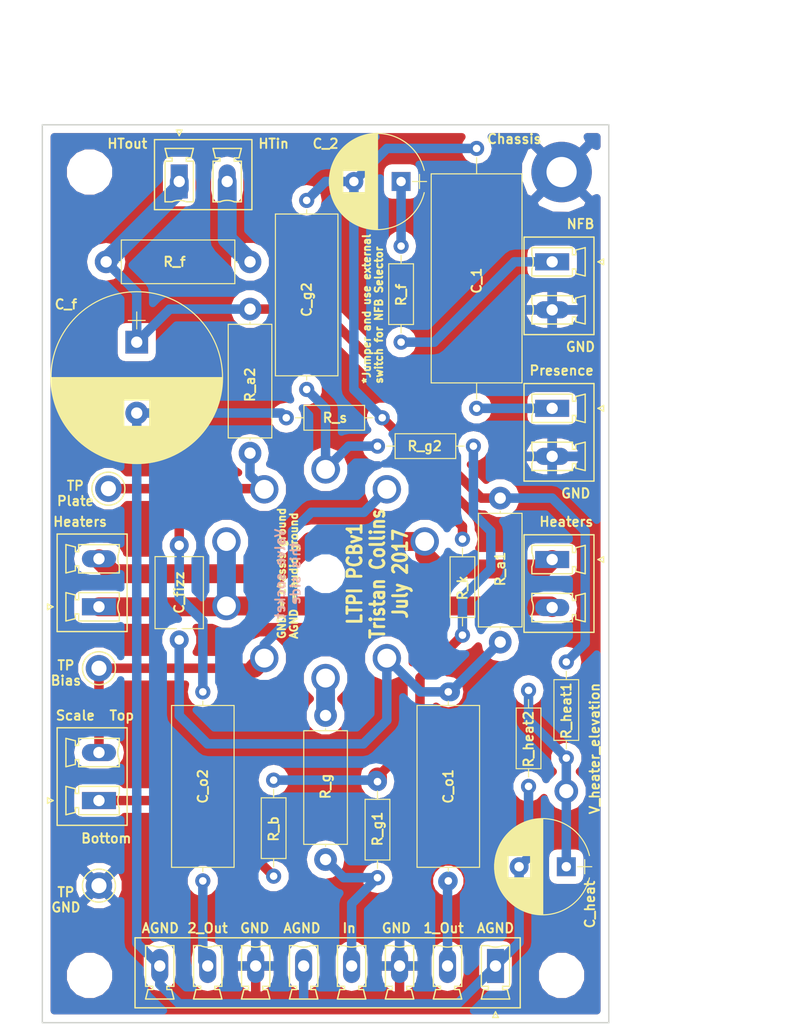
<source format=kicad_pcb>
(kicad_pcb (version 4) (host pcbnew 4.0.6)
  (layers (0 F.Cu signal) (31 B.Cu signal) (34 B.Paste user) (35 F.Paste user) (36 B.SilkS user) (37 F.SilkS user) (38 B.Mask user) (39 F.Mask user) (44 Edge.Cuts user))
  (net 0 "")
  (net 1 GNDA)
  (net 2 "Net-(C5-Pad1)")
  (net 3 "Net-(C7-Pad1)")
  (net 4 "Net-(J3-Pad1)")
  (net 5 GND)
  (net 6 "Net-(J3-Pad2)")
  (net 7 Stg1SignalOut)
  (net 8 Stg2SignalOut)
  (net 9 Fizz)
  (net 10 "Net-(C9-Pad1)")
  (net 11 BiasB)
  (net 12 "Net-(C10-Pad2)")
  (net 13 "Net-(C11-Pad1)")
  (net 14 BiasT)
  (net 15 "Net-(J4-Pad1)")
  (net 16 Bias)
  (net 17 "Net-(R10-Pad1)")
  (net 18 "Net-(R5-Pad1)")
  (net 19 "Net-(J7-Pad1)")
  (net 20 "Net-(J8-Pad2)")
  (net 21 "Net-(C1-Pad1)")
  (module TristanValves:C_Axial_L17.0mm_D6.5mm_P20.00mm_Horizontal (layer F.Cu) (at 200.5 85.5 90)
    (fp_text reference C10 hide)
    (fp_text value C)
    (pad 1 thru_hole circle (at 0 0 90) (size 1.6 1.6) (drill 0.8) (layers *.Cu *.Mask) (net 11 BiasB))
    (pad 2 thru_hole oval (at 20 0 90) (size 1.6 1.6) (drill 0.8) (layers *.Cu *.Mask) (net 12 "Net-(C10-Pad2)"))
  )
  (module Mounting_Holes:MountingHole_3.2mm_M3 (layer F.Cu) (at 177.5 147.5)
    (fp_text reference REF** hide)
    (fp_text value MountingHole_3.2mm_M3)
    (pad 1 np_thru_hole circle (at 0 0) (size 3.2 3.2) (drill 3.2) (layers *.Cu *.Mask))
  )
  (module TristanValves:CP_Radial_D18.0mm_P7.50mm (layer F.Cu) (at 182.5 80.5 270)
    (fp_text reference C5 hide)
    (fp_text value CP)
    (pad 1 thru_hole rect (at 0 0 270) (size 2.4 2.4) (drill 1.2) (layers *.Cu *.Mask) (net 2 "Net-(C5-Pad1)"))
    (pad 2 thru_hole circle (at 7.5 0 270) (size 2.4 2.4) (drill 1.2) (layers *.Cu *.Mask) (net 1 GNDA))
  )
  (module Mounting_Holes:MountingHole_3.2mm_M3 (layer F.Cu) (at 227.5 147.5)
    (fp_text reference REF** hide)
    (fp_text value MountingHole_3.2mm_M3)
    (pad 1 np_thru_hole circle (at 0 0) (size 3.2 3.2) (drill 3.2) (layers *.Cu *.Mask))
  )
  (module Mounting_Holes:MountingHole_3.2mm_M3 (layer F.Cu) (at 177.5 62.5)
    (fp_text reference REF** hide)
    (fp_text value MountingHole_3.2mm_M3)
    (pad 1 np_thru_hole circle (at 0 0) (size 3.2 3.2) (drill 3.2) (layers *.Cu *.Mask))
  )
  (module TristanValves:C_Axial_L17.0mm_D6.5mm_P20.00mm_Horizontal (layer F.Cu) (at 189.5 137.5 90)
    (fp_text reference C3 hide)
    (fp_text value C)
    (pad 1 thru_hole circle (at 0 0 90) (size 1.6 1.6) (drill 0.8) (layers *.Cu *.Mask) (net 8 Stg2SignalOut))
    (pad 2 thru_hole oval (at 20 0 90) (size 1.6 1.6) (drill 0.8) (layers *.Cu *.Mask) (net 9 Fizz))
  )
  (module TristanValves:C_Axial_L17.0mm_D6.5mm_P20.00mm_Horizontal (layer F.Cu) (at 215.5 137.5 90)
    (fp_text reference C8 hide)
    (fp_text value C)
    (pad 1 thru_hole circle (at 0 0 90) (size 1.6 1.6) (drill 0.8) (layers *.Cu *.Mask) (net 7 Stg1SignalOut))
    (pad 2 thru_hole oval (at 20 0 90) (size 1.6 1.6) (drill 0.8) (layers *.Cu *.Mask) (net 3 "Net-(C7-Pad1)"))
  )
  (module TristanValves:MountingHole_3.2mm_M3_Pad (layer F.Cu) (at 227.5 62.5)
    (fp_text reference J15 hide)
    (fp_text value Screw_Terminal_1x01)
    (pad 1 thru_hole circle (at 0 0) (size 6.4 6.4) (drill 3.2) (layers *.Cu *.Mask) (net 5 GND))
  )
  (module TristanValves:R_Axial_DIN0207_L6.3mm_D2.5mm_P10.16mm_Horizontal (layer F.Cu) (at 208 127 270)
    (fp_text reference R2 hide)
    (fp_text value R)
    (pad 1 thru_hole circle (at 0 0 270) (size 1.6 1.6) (drill 0.8) (layers *.Cu *.Mask) (net 17 "Net-(R10-Pad1)"))
    (pad 2 thru_hole oval (at 10.16 0 270) (size 1.6 1.6) (drill 0.8) (layers *.Cu *.Mask) (net 14 BiasT))
  )
  (module TristanValves:R_Axial_DIN0207_L6.3mm_D2.5mm_P10.16mm_Horizontal (layer F.Cu) (at 197 137 90)
    (fp_text reference R6 hide)
    (fp_text value R)
    (pad 1 thru_hole circle (at 0 0 90) (size 1.6 1.6) (drill 0.8) (layers *.Cu *.Mask) (net 15 "Net-(J4-Pad1)"))
    (pad 2 thru_hole oval (at 10.16 0 90) (size 1.6 1.6) (drill 0.8) (layers *.Cu *.Mask) (net 17 "Net-(R10-Pad1)"))
  )
  (module TristanValves:Test_Point_Keystone_5005-5009_Compact (layer F.Cu) (at 178.5 115)
    (fp_text reference TP1 hide)
    (fp_text value TEST)
    (pad 1 thru_hole circle (at 0 0) (size 2.8 2.8) (drill 1.6) (layers *.Cu *.Mask) (net 16 Bias))
  )
  (module TristanValves:Test_Point_Keystone_5005-5009_Compact (layer F.Cu) (at 179.5 96)
    (fp_text reference TP2 hide)
    (fp_text value TEST)
    (pad 1 thru_hole circle (at 0 0) (size 2.8 2.8) (drill 1.6) (layers *.Cu *.Mask) (net 9 Fizz))
  )
  (module TristanValves:Test_Point_Keystone_5005-5009_Compact (layer F.Cu) (at 178.5 138)
    (fp_text reference TP3 hide)
    (fp_text value TEST)
    (pad 1 thru_hole circle (at 0 0) (size 2.8 2.8) (drill 1.6) (layers *.Cu *.Mask) (net 5 GND))
  )
  (module TristanValves:PhoenixContact_MCV-G_02x5.08mm_Vertical (layer F.Cu) (at 226.5 103.5 270)
    (fp_text reference J3 hide)
    (fp_text value Screw_Terminal_1x02)
    (pad 1 thru_hole rect (at 0 0 270) (size 1.8 3.6) (drill 1.2) (layers *.Cu *.Mask) (net 4 "Net-(J3-Pad1)"))
    (pad 2 thru_hole oval (at 5.08 0 270) (size 1.8 3.6) (drill 1.2) (layers *.Cu *.Mask) (net 6 "Net-(J3-Pad2)"))
  )
  (module TristanValves:PhoenixContact_MCV-G_02x5.08mm_Vertical (layer F.Cu) (at 178.5 129 90)
    (fp_text reference J4 hide)
    (fp_text value Screw_Terminal_1x02)
    (pad 1 thru_hole rect (at 0 0 90) (size 1.8 3.6) (drill 1.2) (layers *.Cu *.Mask) (net 15 "Net-(J4-Pad1)"))
    (pad 2 thru_hole oval (at 5.08 0 90) (size 1.8 3.6) (drill 1.2) (layers *.Cu *.Mask) (net 16 Bias))
  )
  (module TristanValves:PhoenixContact_MCV-G_02x5.08mm_Vertical (layer F.Cu) (at 178.5 108.5 90)
    (fp_text reference J6 hide)
    (fp_text value Screw_Terminal_1x02)
    (pad 1 thru_hole rect (at 0 0 90) (size 1.8 3.6) (drill 1.2) (layers *.Cu *.Mask) (net 6 "Net-(J3-Pad2)"))
    (pad 2 thru_hole oval (at 5.08 0 90) (size 1.8 3.6) (drill 1.2) (layers *.Cu *.Mask) (net 4 "Net-(J3-Pad1)"))
  )
  (module TristanValves:PhoenixContact_MCV-G_02x5.08mm_Vertical (layer F.Cu) (at 187 63.5)
    (fp_text reference J8 hide)
    (fp_text value Screw_Terminal_1x02)
    (pad 1 thru_hole rect (at 0 0) (size 1.8 3.6) (drill 1.2) (layers *.Cu *.Mask) (net 2 "Net-(C5-Pad1)"))
    (pad 2 thru_hole oval (at 5.08 0) (size 1.8 3.6) (drill 1.2) (layers *.Cu *.Mask) (net 20 "Net-(J8-Pad2)"))
  )
  (module TristanValves:PhoenixContact_MCV-G_02x5.08mm_Vertical (layer F.Cu) (at 226.5 87.5 270)
    (fp_text reference J5 hide)
    (fp_text value Screw_Terminal_1x02)
    (pad 1 thru_hole rect (at 0 0 270) (size 1.8 3.6) (drill 1.2) (layers *.Cu *.Mask) (net 10 "Net-(C9-Pad1)"))
    (pad 2 thru_hole oval (at 5.08 0 270) (size 1.8 3.6) (drill 1.2) (layers *.Cu *.Mask) (net 5 GND))
  )
  (module TristanValves:PhoenixContact_MCV-G_02x5.08mm_Vertical (layer F.Cu) (at 226.5 72 270)
    (fp_text reference J7 hide)
    (fp_text value Screw_Terminal_1x02)
    (pad 1 thru_hole rect (at 0 0 270) (size 1.8 3.6) (drill 1.2) (layers *.Cu *.Mask) (net 19 "Net-(J7-Pad1)"))
    (pad 2 thru_hole oval (at 5.08 0 270) (size 1.8 3.6) (drill 1.2) (layers *.Cu *.Mask) (net 5 GND))
  )
  (module TristanValves:R_Axial_DIN0207_L6.3mm_D2.5mm_P10.16mm_Horizontal (layer F.Cu) (at 208.5 88.5 180)
    (fp_text reference R1 hide)
    (fp_text value R)
    (pad 1 thru_hole circle (at 0 0 180) (size 1.6 1.6) (drill 0.8) (layers *.Cu *.Mask) (net 12 "Net-(C10-Pad2)"))
    (pad 2 thru_hole oval (at 10.16 0 180) (size 1.6 1.6) (drill 0.8) (layers *.Cu *.Mask) (net 1 GNDA))
  )
  (module TristanValves:R_Axial_DIN0207_L6.3mm_D2.5mm_P10.16mm_Horizontal (layer F.Cu) (at 217 111.5 90)
    (fp_text reference R10 hide)
    (fp_text value R)
    (pad 1 thru_hole circle (at 0 0 90) (size 1.6 1.6) (drill 0.8) (layers *.Cu *.Mask) (net 17 "Net-(R10-Pad1)"))
    (pad 2 thru_hole oval (at 10.16 0 90) (size 1.6 1.6) (drill 0.8) (layers *.Cu *.Mask) (net 12 "Net-(C10-Pad2)"))
  )
  (module TristanValves:R_Axial_DIN0207_L6.3mm_D2.5mm_P10.16mm_Horizontal (layer F.Cu) (at 208 91.5)
    (fp_text reference R11 hide)
    (fp_text value R)
    (pad 1 thru_hole circle (at 0 0) (size 1.6 1.6) (drill 0.8) (layers *.Cu *.Mask) (net 11 BiasB))
    (pad 2 thru_hole oval (at 10.16 0) (size 1.6 1.6) (drill 0.8) (layers *.Cu *.Mask) (net 17 "Net-(R10-Pad1)"))
  )
  (module TristanValves:R_Axial_DIN0207_L6.3mm_D2.5mm_P10.16mm_Horizontal (layer F.Cu) (at 210.5 80.5 90)
    (fp_text reference R12 hide)
    (fp_text value R)
    (pad 1 thru_hole circle (at 0 0 90) (size 1.6 1.6) (drill 0.8) (layers *.Cu *.Mask) (net 19 "Net-(J7-Pad1)"))
    (pad 2 thru_hole oval (at 10.16 0 90) (size 1.6 1.6) (drill 0.8) (layers *.Cu *.Mask) (net 13 "Net-(C11-Pad1)"))
  )
  (module Capacitors_THT:C_Axial_L22.0mm_D9.5mm_P27.50mm_Horizontal (layer F.Cu) (at 218.5 87.5 90)
    (fp_text reference C9 hide)
    (fp_text value C)
    (pad 1 thru_hole circle (at 0 0 90) (size 1.6 1.6) (drill 0.8) (layers *.Cu *.Mask) (net 10 "Net-(C9-Pad1)"))
    (pad 2 thru_hole oval (at 27.5 0 90) (size 1.6 1.6) (drill 0.8) (layers *.Cu *.Mask) (net 12 "Net-(C10-Pad2)"))
  )
  (module TristanValves:VALVE-ECC-83-1-TC2 (layer B.Cu) (at 202.5 105 252)
    (fp_text reference U1 hide)
    (fp_text value ECC83)
    (pad 1 thru_hole circle (at 6.489 -8.9318 252) (size 3 3) (drill 2) (layers *.Cu *.Mask) (net 3 "Net-(C7-Pad1)"))
    (pad 2 thru_hole circle (at 10.5 -3.4117 252) (size 3 3) (drill 2) (layers *.Cu *.Mask) (net 18 "Net-(R5-Pad1)"))
    (pad 3 thru_hole circle (at 10.5 3.4117 252) (size 3 3) (drill 2) (layers *.Cu *.Mask) (net 16 Bias))
    (pad 4 thru_hole circle (at 6.4894 8.9318 252) (size 3 3) (drill 2) (layers *.Cu *.Mask) (net 6 "Net-(J3-Pad2)"))
    (pad 5 thru_hole circle (at 0 11.0404 252) (size 3 3) (drill 2) (layers *.Cu *.Mask) (net 6 "Net-(J3-Pad2)"))
    (pad 6 thru_hole circle (at -6.4894 8.9318 252) (size 3 3) (drill 2) (layers *.Cu *.Mask) (net 9 Fizz))
    (pad 7 thru_hole circle (at -10.5 3.4117 252) (size 3 3) (drill 2) (layers *.Cu *.Mask) (net 11 BiasB))
    (pad 8 thru_hole circle (at -10.5 -3.4117 252) (size 3 3) (drill 2) (layers *.Cu *.Mask) (net 16 Bias))
    (pad 9 thru_hole circle (at -6.4894 -8.9318 252) (size 3 3) (drill 2) (layers *.Cu *.Mask) (net 4 "Net-(J3-Pad1)"))
    (pad "" np_thru_hole circle (at 0 0 252) (size 2.5 2.5) (drill 2.5) (layers *.Cu *.Mask))
  )
  (module Resistors_THT:R_Axial_DIN0414_L11.9mm_D4.5mm_P15.24mm_Horizontal (layer F.Cu) (at 194.5 77 270)
    (fp_text reference R3 hide)
    (fp_text value R)
    (pad 1 thru_hole circle (at 0 0 270) (size 2.4 2.4) (drill 1.2) (layers *.Cu *.Mask) (net 2 "Net-(C5-Pad1)"))
    (pad 2 thru_hole oval (at 15.24 0 270) (size 2.4 2.4) (drill 1.2) (layers *.Cu *.Mask) (net 9 Fizz))
  )
  (module Resistors_THT:R_Axial_DIN0414_L11.9mm_D4.5mm_P15.24mm_Horizontal (layer F.Cu) (at 202.5 120 270)
    (fp_text reference R5 hide)
    (fp_text value R)
    (pad 1 thru_hole circle (at 0 0 270) (size 2.4 2.4) (drill 1.2) (layers *.Cu *.Mask) (net 18 "Net-(R5-Pad1)"))
    (pad 2 thru_hole oval (at 15.24 0 270) (size 2.4 2.4) (drill 1.2) (layers *.Cu *.Mask) (net 14 BiasT))
  )
  (module Resistors_THT:R_Axial_DIN0414_L11.9mm_D4.5mm_P15.24mm_Horizontal (layer F.Cu) (at 221 97 270)
    (fp_text reference R7 hide)
    (fp_text value R)
    (pad 1 thru_hole circle (at 0 0 270) (size 2.4 2.4) (drill 1.2) (layers *.Cu *.Mask) (net 2 "Net-(C5-Pad1)"))
    (pad 2 thru_hole oval (at 15.24 0 270) (size 2.4 2.4) (drill 1.2) (layers *.Cu *.Mask) (net 3 "Net-(C7-Pad1)"))
  )
  (module Resistors_THT:R_Axial_DIN0414_L11.9mm_D4.5mm_P15.24mm_Horizontal (layer F.Cu) (at 194.5 72 180)
    (fp_text reference R8 hide)
    (fp_text value R)
    (pad 1 thru_hole circle (at 0 0 180) (size 2.4 2.4) (drill 1.2) (layers *.Cu *.Mask) (net 20 "Net-(J8-Pad2)"))
    (pad 2 thru_hole oval (at 15.24 0 180) (size 2.4 2.4) (drill 1.2) (layers *.Cu *.Mask) (net 2 "Net-(C5-Pad1)"))
  )
  (module Capacitors_THT:CP_Radial_D10.0mm_P5.00mm (layer F.Cu) (at 210.5 63.5 180)
    (fp_text reference C11 hide)
    (fp_text value C)
    (pad 1 thru_hole rect (at 0 0 180) (size 2 2) (drill 1) (layers *.Cu *.Mask) (net 13 "Net-(C11-Pad1)"))
    (pad 2 thru_hole circle (at 5 0 180) (size 2 2) (drill 1) (layers *.Cu *.Mask) (net 12 "Net-(C10-Pad2)"))
  )
  (module Capacitors_THT:C_Disc_D7.5mm_W5.0mm_P10.00mm (layer F.Cu) (at 187 112 90)
    (fp_text reference C7 hide)
    (fp_text value C)
    (pad 1 thru_hole circle (at 0 0 90) (size 2 2) (drill 1) (layers *.Cu *.Mask) (net 3 "Net-(C7-Pad1)"))
    (pad 2 thru_hole circle (at 10 0 90) (size 2 2) (drill 1) (layers *.Cu *.Mask) (net 9 Fizz))
  )
  (module Connectors_Phoenix:PhoenixContact_MCV-G_08x5.08mm_Vertical (layer F.Cu) (at 220.5 146.5 180)
    (fp_text reference J1 hide)
    (fp_text value Screw_Terminal_1x08)
    (pad 1 thru_hole rect (at 0 0 180) (size 1.8 3.6) (drill 1.2) (layers *.Cu *.Mask) (net 1 GNDA))
    (pad 2 thru_hole oval (at 5.08 0 180) (size 1.8 3.6) (drill 1.2) (layers *.Cu *.Mask) (net 7 Stg1SignalOut))
    (pad 3 thru_hole oval (at 10.16 0 180) (size 1.8 3.6) (drill 1.2) (layers *.Cu *.Mask) (net 5 GND))
    (pad 4 thru_hole oval (at 15.24 0 180) (size 1.8 3.6) (drill 1.2) (layers *.Cu *.Mask) (net 14 BiasT))
    (pad 5 thru_hole oval (at 20.32 0 180) (size 1.8 3.6) (drill 1.2) (layers *.Cu *.Mask) (net 1 GNDA))
    (pad 6 thru_hole oval (at 25.4 0 180) (size 1.8 3.6) (drill 1.2) (layers *.Cu *.Mask) (net 5 GND))
    (pad 7 thru_hole oval (at 30.48 0 180) (size 1.8 3.6) (drill 1.2) (layers *.Cu *.Mask) (net 8 Stg2SignalOut))
    (pad 8 thru_hole oval (at 35.56 0 180) (size 1.8 3.6) (drill 1.2) (layers *.Cu *.Mask) (net 1 GNDA))
  )
  (module Capacitors_THT:CP_Radial_D10.0mm_P5.00mm (layer F.Cu) (at 228 136 180)
    (fp_text reference C1 hide)
    (fp_text value C)
    (pad 1 thru_hole rect (at 0 0 180) (size 2 2) (drill 1) (layers *.Cu *.Mask) (net 21 "Net-(C1-Pad1)"))
    (pad 2 thru_hole circle (at 5 0 180) (size 2 2) (drill 1) (layers *.Cu *.Mask) (net 1 GNDA))
  )
  (module TristanValves:SimplePad (layer F.Cu) (at 228 128)
    (fp_text reference J2 hide)
    (fp_text value Screw_Terminal_1x01)
    (pad 1 thru_hole circle (at 0 0) (size 2.5 2.5) (drill 1.5) (layers *.Cu *.Mask) (net 21 "Net-(C1-Pad1)"))
  )
  (module Resistors_THT:R_Axial_DIN0207_L6.3mm_D2.5mm_P10.16mm_Horizontal (layer F.Cu) (at 228 124.5 90)
    (fp_text reference R4 hide)
    (fp_text value R)
    (pad 1 thru_hole circle (at 0 0 90) (size 1.6 1.6) (drill 0.8) (layers *.Cu *.Mask) (net 21 "Net-(C1-Pad1)"))
    (pad 2 thru_hole oval (at 10.16 0 90) (size 1.6 1.6) (drill 0.8) (layers *.Cu *.Mask) (net 2 "Net-(C5-Pad1)"))
  )
  (module Resistors_THT:R_Axial_DIN0207_L6.3mm_D2.5mm_P10.16mm_Horizontal (layer F.Cu) (at 224 127.5 90)
    (fp_text reference R9 hide)
    (fp_text value R)
    (pad 1 thru_hole circle (at 0 0 90) (size 1.6 1.6) (drill 0.8) (layers *.Cu *.Mask) (net 1 GNDA))
    (pad 2 thru_hole oval (at 10.16 0 90) (size 1.6 1.6) (drill 0.8) (layers *.Cu *.Mask) (net 21 "Net-(C1-Pad1)"))
  )
  (gr_text V_heater_elevation (at 231 123.5 90) (layer F.SilkS) (effects (font (size 1 1) (thickness 0.2))))
  (gr_text C_heat (at 230.5 140 90) (layer F.SilkS) (effects (font (size 1 1) (thickness 0.2))))
  (gr_text R_heat1 (at 228 119.5 90) (layer F.SilkS) (effects (font (size 1 1) (thickness 0.2))))
  (gr_text R_heat2 (at 224 122.5 90) (layer F.SilkS) (effects (font (size 1 1) (thickness 0.2))))
  (gr_text "*Jumper and use external\nswitch for NFB Selector" (at 207.5 85 90) (layer F.SilkS) (effects (font (size 0.8 0.8) (thickness 0.2)) (justify left)))
  (gr_line (start 232.5 57.5) (end 172.5 57.5) (angle 90) (layer Edge.Cuts) (width 0.15))
  (gr_line (start 232.5 152.5) (end 232.5 57.5) (angle 90) (layer Edge.Cuts) (width 0.15))
  (gr_line (start 172.5 152.5) (end 232.5 152.5) (angle 90) (layer Edge.Cuts) (width 0.15))
  (gr_line (start 172.5 57.5) (end 172.5 152.5) (angle 90) (layer Edge.Cuts) (width 0.15))
  (gr_text Bottom (at 176.5 133) (layer F.SilkS) (effects (font (size 1 1) (thickness 0.2)) (justify left)))
  (gr_text Top (at 179.5 120) (layer F.SilkS) (effects (font (size 1 1) (thickness 0.2)) (justify left)))
  (gr_text C_g2 (at 200.5 76 90) (layer F.SilkS) (effects (font (size 1 1) (thickness 0.2))))
  (gr_text C_1 (at 218.5 74 90) (layer F.SilkS) (effects (font (size 1 1) (thickness 0.2))))
  (gr_text R_b (at 197 132 90) (layer F.SilkS) (effects (font (size 1 1) (thickness 0.2))))
  (gr_text R_g1 (at 208 132 90) (layer F.SilkS) (effects (font (size 1 1) (thickness 0.2))))
  (gr_text R_a1 (at 221 104.5 90) (layer F.SilkS) (effects (font (size 1 1) (thickness 0.2))))
  (gr_text "Valve socket\nthis side" (at 198.5 105 90) (layer B.SilkS) (effects (font (size 1 1) (thickness 0.2)) (justify mirror)))
  (gr_text GND (at 229 96.5) (layer F.SilkS) (effects (font (size 1 1) (thickness 0.2))))
  (gr_text "TP\nBias" (at 175 115.5) (layer F.SilkS) (effects (font (size 1 1) (thickness 0.2))))
  (gr_text AGND (at 220.5 142.5) (layer F.SilkS) (effects (font (size 1 1) (thickness 0.2))))
  (gr_text "TP\nPlate" (at 176 96.5) (layer F.SilkS) (effects (font (size 1 1) (thickness 0.2))))
  (gr_text GND (at 229.5 81) (layer F.SilkS) (effects (font (size 1 1) (thickness 0.2))))
  (gr_text HTin (at 197 59.5) (layer F.SilkS) (effects (font (size 1 1) (thickness 0.2))))
  (gr_text "GND = chassis ground\nAGND = audio ground" (at 198.5 112 90) (layer F.SilkS) (effects (font (size 0.8 0.8) (thickness 0.2)) (justify left)))
  (gr_text "TP\nGND" (at 175 139.5) (layer F.SilkS) (effects (font (size 1 1) (thickness 0.2))))
  (gr_text R_k (at 217 106.5 90) (layer F.SilkS) (effects (font (size 1 1) (thickness 0.2))))
  (gr_text R_a2 (at 194.5 85 90) (layer F.SilkS) (effects (font (size 1 1) (thickness 0.2))))
  (gr_text C_fizz (at 187 107 90) (layer F.SilkS) (effects (font (size 1 1) (thickness 0.2))))
  (gr_text Chassis (at 222.5 59) (layer F.SilkS) (effects (font (size 1 1) (thickness 0.2))))
  (gr_text R_f (at 186.5 72) (layer F.SilkS) (effects (font (size 1 1) (thickness 0.2))))
  (gr_text C_f (at 175 76.5) (layer F.SilkS) (effects (font (size 1 1) (thickness 0.2))))
  (gr_text C_2 (at 202.5 59.5) (layer F.SilkS) (effects (font (size 1 1) (thickness 0.2))))
  (gr_text C_o1 (at 215.5 127.5 90) (layer F.SilkS) (effects (font (size 1 1) (thickness 0.2))))
  (gr_text C_o2 (at 189.5 127.5 90) (layer F.SilkS) (effects (font (size 1 1) (thickness 0.2))))
  (gr_text R_f (at 210.5 75.5 90) (layer F.SilkS) (effects (font (size 1 1) (thickness 0.2))))
  (gr_text R_g2 (at 213 91.5) (layer F.SilkS) (effects (font (size 1 1) (thickness 0.2))))
  (gr_text R_g (at 202.5 127.5 90) (layer F.SilkS) (effects (font (size 1 1) (thickness 0.2))))
  (gr_text NFB (at 229.5 68) (layer F.SilkS) (effects (font (size 1 1) (thickness 0.2))))
  (gr_text Presence (at 227.5 83.5) (layer F.SilkS) (effects (font (size 1 1) (thickness 0.2))))
  (gr_text Heaters (at 228 99.5) (layer F.SilkS) (effects (font (size 1 1) (thickness 0.2))))
  (gr_text Heaters (at 176.5 99.5) (layer F.SilkS) (effects (font (size 1 1) (thickness 0.2))))
  (gr_text HTout (at 181.5 59.5) (layer F.SilkS) (effects (font (size 1 1) (thickness 0.2))))
  (gr_text R_s (at 203.5 88.5) (layer F.SilkS) (effects (font (size 1 1) (thickness 0.2))))
  (gr_text 1_Out (at 215 142.5) (layer F.SilkS) (effects (font (size 1 1) (thickness 0.2))))
  (gr_text AGND (at 200 142.5) (layer F.SilkS) (effects (font (size 1 1) (thickness 0.2))))
  (gr_text GND (at 210 142.5) (layer F.SilkS) (effects (font (size 1 1) (thickness 0.2))))
  (gr_text In (at 205 142.5) (layer F.SilkS) (effects (font (size 1 1) (thickness 0.2))))
  (gr_text AGND (at 185 142.5) (layer F.SilkS) (effects (font (size 1 1) (thickness 0.2))))
  (gr_text GND (at 195 142.5) (layer F.SilkS) (effects (font (size 1 1) (thickness 0.2))))
  (gr_text 2_Out (at 190 142.5) (layer F.SilkS) (effects (font (size 1 1) (thickness 0.2))))
  (gr_text Scale (at 176 120) (layer F.SilkS) (effects (font (size 1 1) (thickness 0.2))))
  (gr_text "LTPI PCBv1\nTristan Collins\nJuly 2017" (at 208 105 90) (layer F.SilkS) (effects (font (size 1.5 1.25) (thickness 0.3))))
  (segment (start 223 136) (end 223 144) (width 1) (layer B.Cu) (net 1))
  (segment (start 223 144) (end 220.5 146.5) (width 1) (layer B.Cu) (net 1))
  (segment (start 224 127.5) (end 224 135) (width 1) (layer B.Cu) (net 1))
  (segment (start 224 135) (end 223 136) (width 1) (layer B.Cu) (net 1))
  (segment (start 200.18 146.5) (end 200.18 150.5) (width 1) (layer B.Cu) (net 1))
  (segment (start 200 150.32) (end 200 150.5) (width 1) (layer B.Cu) (net 1))
  (segment (start 200.18 150.5) (end 200 150.32) (width 1) (layer B.Cu) (net 1))
  (segment (start 184.94 146.5) (end 184.94 148.44) (width 1) (layer B.Cu) (net 1))
  (segment (start 216.5 150.5) (end 220.5 146.5) (width 1) (layer B.Cu) (net 1))
  (segment (start 200 150.5) (end 216.5 150.5) (width 1) (layer B.Cu) (net 1))
  (segment (start 187 150.5) (end 200 150.5) (width 1) (layer B.Cu) (net 1))
  (segment (start 184.94 148.44) (end 187 150.5) (width 1) (layer B.Cu) (net 1))
  (segment (start 182.5 88) (end 182.5 144.06) (width 1) (layer B.Cu) (net 1))
  (segment (start 182.5 144.06) (end 184.94 146.5) (width 1) (layer B.Cu) (net 1))
  (segment (start 182.5 88) (end 197.84 88) (width 1) (layer B.Cu) (net 1))
  (segment (start 197.84 88) (end 198.34 88.5) (width 1) (layer B.Cu) (net 1))
  (segment (start 221 97) (end 226.5 97) (width 1) (layer B.Cu) (net 2))
  (segment (start 230 112.34) (end 228 114.34) (width 1) (layer B.Cu) (net 2))
  (segment (start 230 100.5) (end 230 112.34) (width 1) (layer B.Cu) (net 2))
  (segment (start 226.5 97) (end 230 100.5) (width 1) (layer B.Cu) (net 2))
  (segment (start 194.5 77) (end 186 77) (width 1) (layer B.Cu) (net 2))
  (segment (start 186 77) (end 182.5 80.5) (width 1) (layer B.Cu) (net 2))
  (segment (start 182.5 80.5) (end 182.5 75.24) (width 1) (layer B.Cu) (net 2))
  (segment (start 182.5 75.24) (end 179.26 72) (width 1) (layer B.Cu) (net 2))
  (segment (start 187 63.5) (end 187 64.26) (width 2) (layer B.Cu) (net 2))
  (segment (start 187 64.26) (end 179.26 72) (width 2) (layer B.Cu) (net 2))
  (segment (start 221 97) (end 219 97) (width 1) (layer F.Cu) (net 2))
  (segment (start 202 77) (end 194.5 77) (width 1) (layer F.Cu) (net 2))
  (segment (start 215.5 90.5) (end 202 77) (width 1) (layer F.Cu) (net 2))
  (segment (start 215.5 93.5) (end 215.5 90.5) (width 1) (layer F.Cu) (net 2))
  (segment (start 219 97) (end 215.5 93.5) (width 1) (layer F.Cu) (net 2))
  (segment (start 187 112) (end 187 120) (width 1) (layer B.Cu) (net 3))
  (segment (start 208.989435 120.510565) (end 208.989435 113.931484) (width 1) (layer B.Cu) (net 3))
  (segment (start 206.5 123) (end 208.989435 120.510565) (width 1) (layer B.Cu) (net 3))
  (segment (start 190 123) (end 206.5 123) (width 1) (layer B.Cu) (net 3))
  (segment (start 187 120) (end 190 123) (width 1) (layer B.Cu) (net 3))
  (segment (start 215.5 117.5) (end 215.74 117.5) (width 2) (layer B.Cu) (net 3))
  (segment (start 215.74 117.5) (end 221 112.24) (width 1) (layer B.Cu) (net 3))
  (segment (start 215.5 117.5) (end 212.557951 117.5) (width 1) (layer B.Cu) (net 3))
  (segment (start 212.557951 117.5) (end 208.989435 113.931484) (width 1) (layer B.Cu) (net 3))
  (segment (start 208.989435 113.931484) (end 208.989435 113.989435) (width 2) (layer F.Cu) (net 3))
  (segment (start 178.5 103.5) (end 180 105) (width 2) (layer F.Cu) (net 4))
  (segment (start 200.911708 101.588292) (end 212.999981 101.588292) (width 2) (layer F.Cu) (net 4))
  (segment (start 197.5 105) (end 200.911708 101.588292) (width 2) (layer F.Cu) (net 4))
  (segment (start 180 105) (end 197.5 105) (width 2) (layer F.Cu) (net 4))
  (segment (start 212.999981 101.588292) (end 212.999981 102.999981) (width 2) (layer F.Cu) (net 4))
  (segment (start 212.999981 102.999981) (end 214.5 104.5) (width 2) (layer F.Cu) (net 4))
  (segment (start 225.5 104.5) (end 226.5 103.5) (width 2) (layer F.Cu) (net 4))
  (segment (start 214.5 104.5) (end 225.5 104.5) (width 2) (layer F.Cu) (net 4))
  (segment (start 178.5 103.42) (end 178.5 103.5) (width 2) (layer F.Cu) (net 4))
  (segment (start 212.999981 101.588292) (end 212.999981 101.611687) (width 2) (layer F.Cu) (net 4))
  (segment (start 192.000019 108.411708) (end 226.331708 108.411708) (width 2) (layer F.Cu) (net 6))
  (segment (start 226.331708 108.411708) (end 226.5 108.58) (width 2) (layer F.Cu) (net 6))
  (segment (start 178.5 108.5) (end 191.911727 108.5) (width 2) (layer F.Cu) (net 6))
  (segment (start 191.911727 108.5) (end 192.000019 108.411708) (width 2) (layer F.Cu) (net 6))
  (segment (start 192.000019 108.411708) (end 192.000019 101.588392) (width 2) (layer B.Cu) (net 6))
  (segment (start 192.000019 101.588392) (end 191.999956 101.588329) (width 2) (layer B.Cu) (net 6))
  (segment (start 191.911727 108.5) (end 192.000019 108.411708) (width 2) (layer F.Cu) (net 6))
  (segment (start 215.42 146.5) (end 215.42 137.58) (width 1) (layer B.Cu) (net 7))
  (segment (start 215.42 137.58) (end 215.5 137.5) (width 2) (layer B.Cu) (net 7))
  (segment (start 189.5 137.5) (end 189.5 145.98) (width 1) (layer B.Cu) (net 8))
  (segment (start 189.5 145.98) (end 190.02 146.5) (width 1) (layer B.Cu) (net 8))
  (segment (start 187 102) (end 187 96) (width 1) (layer F.Cu) (net 9))
  (segment (start 189.5 117.5) (end 189.5 110) (width 1) (layer B.Cu) (net 9))
  (segment (start 187 107.5) (end 187 102) (width 1) (layer B.Cu) (net 9))
  (segment (start 189.5 110) (end 187 107.5) (width 1) (layer B.Cu) (net 9))
  (segment (start 179.5 96) (end 187 96) (width 1) (layer F.Cu) (net 9))
  (segment (start 187 96) (end 195.942552 96) (width 1) (layer F.Cu) (net 9))
  (segment (start 195.942552 96) (end 196.010688 96.068136) (width 2) (layer F.Cu) (net 9))
  (segment (start 194.5 92.24) (end 194.5 94.557448) (width 1) (layer B.Cu) (net 9))
  (segment (start 194.5 94.557448) (end 196.010688 96.068136) (width 1) (layer B.Cu) (net 9))
  (segment (start 195.5 95.557448) (end 196.010688 96.068136) (width 1) (layer B.Cu) (net 9))
  (segment (start 218.5 87.5) (end 226.5 87.5) (width 1) (layer B.Cu) (net 10))
  (segment (start 208 91.5) (end 204.959592 91.5) (width 1) (layer B.Cu) (net 11))
  (segment (start 204.959592 91.5) (end 202.499959 93.959633) (width 1) (layer B.Cu) (net 11))
  (segment (start 202.499959 93.959633) (end 202.499959 87.499959) (width 1) (layer B.Cu) (net 11))
  (segment (start 202.499959 87.499959) (end 200.5 85.5) (width 1) (layer B.Cu) (net 11))
  (segment (start 202.499959 93.959633) (end 203.040367 93.959633) (width 2) (layer B.Cu) (net 11))
  (segment (start 205.5 63.5) (end 205.5 85.5) (width 1) (layer B.Cu) (net 12))
  (segment (start 205.5 85.5) (end 208.5 88.5) (width 1) (layer B.Cu) (net 12))
  (segment (start 205.5 63.5) (end 202.5 63.5) (width 1) (layer B.Cu) (net 12))
  (segment (start 202.5 63.5) (end 200.5 65.5) (width 1) (layer B.Cu) (net 12))
  (segment (start 218.5 60) (end 209 60) (width 1) (layer B.Cu) (net 12))
  (segment (start 209 60) (end 205.5 63.5) (width 1) (layer B.Cu) (net 12))
  (segment (start 217 101.34) (end 217 100) (width 1) (layer F.Cu) (net 12))
  (segment (start 217 100) (end 212.5 95.5) (width 1) (layer F.Cu) (net 12))
  (segment (start 212.5 95.5) (end 212.5 92.5) (width 1) (layer F.Cu) (net 12))
  (segment (start 212.5 92.5) (end 208.5 88.5) (width 1) (layer F.Cu) (net 12))
  (segment (start 210.5 70.34) (end 210.5 63.5) (width 1) (layer B.Cu) (net 13))
  (segment (start 205.26 146.5) (end 205.26 139.9) (width 1) (layer B.Cu) (net 14))
  (segment (start 205.26 139.9) (end 208 137.16) (width 1) (layer B.Cu) (net 14))
  (segment (start 208 137.16) (end 204.42 137.16) (width 1) (layer B.Cu) (net 14))
  (segment (start 204.42 137.16) (end 202.5 135.24) (width 1) (layer B.Cu) (net 14))
  (segment (start 178.5 129) (end 189 129) (width 1) (layer F.Cu) (net 15))
  (segment (start 189 129) (end 197 137) (width 1) (layer F.Cu) (net 15))
  (segment (start 178.5 123.92) (end 178.5 115) (width 1) (layer F.Cu) (net 16))
  (segment (start 178.5 115) (end 194.942422 115) (width 1) (layer F.Cu) (net 16))
  (segment (start 194.942422 115) (end 196.010602 113.93182) (width 2) (layer F.Cu) (net 16))
  (segment (start 196.010602 113.93182) (end 196.010602 112.489398) (width 1) (layer B.Cu) (net 16))
  (segment (start 196.010602 112.489398) (end 199 109.5) (width 1) (layer B.Cu) (net 16))
  (segment (start 206.557578 98.5) (end 208.989398 96.06818) (width 1) (layer B.Cu) (net 16))
  (segment (start 201 98.5) (end 206.557578 98.5) (width 1) (layer B.Cu) (net 16))
  (segment (start 199 100.5) (end 201 98.5) (width 1) (layer B.Cu) (net 16))
  (segment (start 199 109.5) (end 199 100.5) (width 1) (layer B.Cu) (net 16))
  (segment (start 217 111.5) (end 217 107.5) (width 1) (layer B.Cu) (net 17))
  (segment (start 218.16 98.66) (end 218.16 91.5) (width 1) (layer B.Cu) (net 17))
  (segment (start 220 100.5) (end 218.16 98.66) (width 1) (layer B.Cu) (net 17))
  (segment (start 220 104.5) (end 220 100.5) (width 1) (layer B.Cu) (net 17))
  (segment (start 217 107.5) (end 220 104.5) (width 1) (layer B.Cu) (net 17))
  (segment (start 197 126.84) (end 207.84 126.84) (width 1) (layer B.Cu) (net 17))
  (segment (start 207.84 126.84) (end 208 127) (width 2) (layer B.Cu) (net 17))
  (segment (start 208 127) (end 208 126.5) (width 2) (layer F.Cu) (net 17))
  (segment (start 208 126.5) (end 212.5 122) (width 1) (layer F.Cu) (net 17))
  (segment (start 212.5 122) (end 212.5 116) (width 1) (layer F.Cu) (net 17))
  (segment (start 212.5 116) (end 217 111.5) (width 1) (layer F.Cu) (net 17))
  (segment (start 202.5 120) (end 202.5 116.040408) (width 2) (layer B.Cu) (net 18))
  (segment (start 202.5 116.040408) (end 202.500041 116.040367) (width 2) (layer B.Cu) (net 18))
  (segment (start 210.5 80.5) (end 214 80.5) (width 1) (layer B.Cu) (net 19))
  (segment (start 222.5 72) (end 226.5 72) (width 1) (layer B.Cu) (net 19))
  (segment (start 214 80.5) (end 222.5 72) (width 1) (layer B.Cu) (net 19))
  (segment (start 192.08 63.5) (end 192.08 69.58) (width 2) (layer B.Cu) (net 20))
  (segment (start 192.08 69.58) (end 194.5 72) (width 2) (layer B.Cu) (net 20))
  (segment (start 228 136) (end 228 128) (width 1) (layer B.Cu) (net 21))
  (segment (start 224 117.34) (end 224 120.5) (width 1) (layer B.Cu) (net 21))
  (segment (start 224 120.5) (end 228 124.5) (width 1) (layer B.Cu) (net 21))
  (segment (start 228 124.5) (end 228 128) (width 1) (layer B.Cu) (net 21))
  (zone (net 5) (net_name GND) (layer F.Cu) (connect_pads (clearance 0.8)) (min_thickness 0.8) (fill yes (arc_segments 16) (thermal_gap 1) (thermal_bridge_width 1))
    (polygon (pts (xy 232.5 152.5) (xy 172.5 152.5) (xy 172.5 57.5) (xy 232.5 57.5)))
  )
  (zone (net 5) (net_name GND) (layer B.Cu) (connect_pads (clearance 0.8)) (min_thickness 0.8) (fill yes (arc_segments 16) (thermal_gap 1) (thermal_bridge_width 1))
    (polygon (pts (xy 232.5 152.5) (xy 172.5 152.5) (xy 172.5 57.5) (xy 232.5 57.5)))
  )
)
</source>
